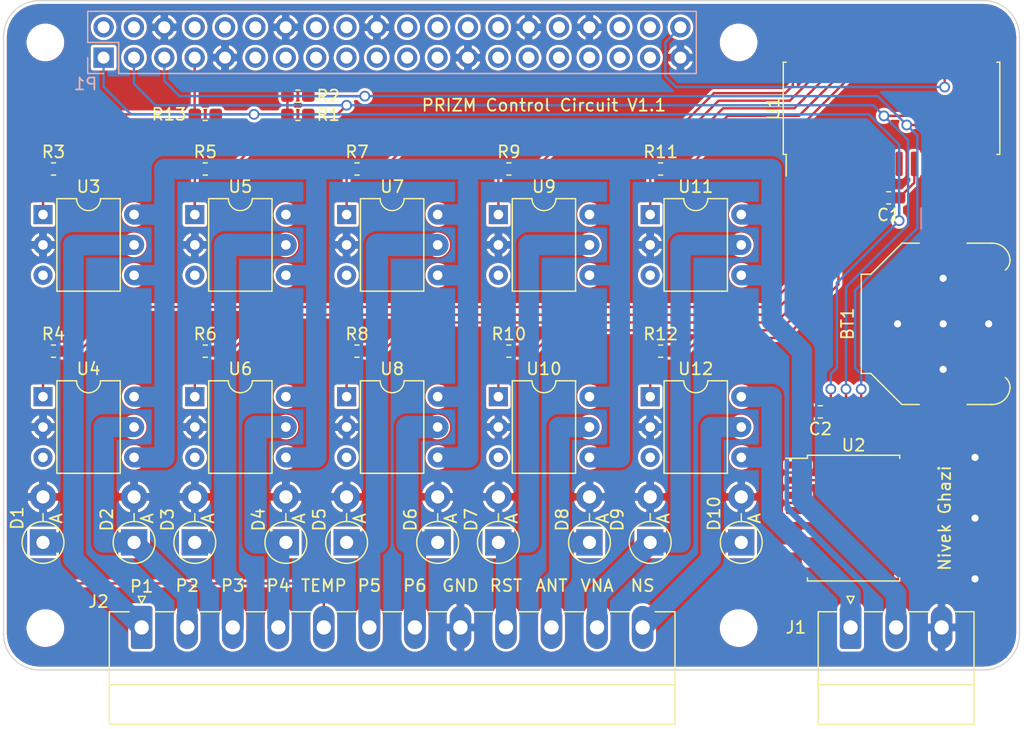
<source format=kicad_pcb>
(kicad_pcb (version 20171130) (host pcbnew 5.1.5-52549c5~84~ubuntu16.04.1)
  (title_block (date "15 nov 2012"))
  (layers (0 F.Cu signal) (31 B.Cu signal) (34 B.Paste user) (35 F.Paste user) (36 B.SilkS user) (37 F.SilkS user) (38 B.Mask user) (39 F.Mask user) (44 Edge.Cuts user))
  (net 0 "")
  (net 1 +3V3)
  (net 2 GND)
  (net 3 +12V)
  (net 4 +15V)
  (net 5 /output_connectors/POS_2)
  (net 6 /output_connectors/POS_1)
  (net 7 "Net-(R5-Pad1)")
  (net 8 "Net-(R6-Pad1)")
  (net 9 "Net-(R7-Pad1)")
  (net 10 "Net-(R8-Pad1)")
  (net 11 "Net-(R9-Pad1)")
  (net 12 "Net-(R10-Pad1)")
  (net 13 "Net-(R11-Pad1)")
  (net 14 "Net-(R12-Pad1)")
  (net 15 /output_connectors/ONE-WIRE)
  (net 16 /output_connectors/RESET)
  (net 17 /output_connectors/POS_6)
  (net 18 /output_connectors/POS_5)
  (net 19 /output_connectors/POS_4)
  (net 20 /output_connectors/POS_3)
  (net 21 /output_connectors/ANTENNA)
  (net 22 /output_connectors/VNA)
  (net 23 /output_connectors/NOISE-SOURCE)
  (net 24 /i2c_expander/I2C_SDA)
  (net 25 /i2c_expander/I2C_SCL)
  (net 26 /i2c_expander/S1_POS_1)
  (net 27 /i2c_expander/S1_POS_2)
  (net 28 /i2c_expander/S1_POS_3)
  (net 29 /i2c_expander/S1_POS_4)
  (net 30 /i2c_expander/S1_POS_5)
  (net 31 /i2c_expander/S1_POS_6)
  (net 32 /i2c_expander/S1_RESET)
  (net 33 /i2c_expander/S2_POS_1)
  (net 34 /i2c_expander/S2_POS_2)
  (net 35 /i2c_expander/NOISE_ON)
  (net 36 /i2c_expander/~RESET)
  (net 37 "Net-(R3-Pad1)")
  (net 38 "Net-(R4-Pad1)")
  (net 39 "Net-(P1-Pad2)")
  (net 40 "Net-(P1-Pad4)")
  (net 41 "Net-(P1-Pad8)")
  (net 42 "Net-(P1-Pad10)")
  (net 43 "Net-(P1-Pad11)")
  (net 44 "Net-(P1-Pad12)")
  (net 45 "Net-(P1-Pad13)")
  (net 46 "Net-(P1-Pad15)")
  (net 47 "Net-(P1-Pad16)")
  (net 48 "Net-(P1-Pad17)")
  (net 49 "Net-(P1-Pad18)")
  (net 50 "Net-(P1-Pad19)")
  (net 51 "Net-(P1-Pad21)")
  (net 52 "Net-(P1-Pad22)")
  (net 53 "Net-(P1-Pad23)")
  (net 54 "Net-(P1-Pad24)")
  (net 55 "Net-(P1-Pad26)")
  (net 56 "Net-(P1-Pad27)")
  (net 57 "Net-(P1-Pad28)")
  (net 58 "Net-(P1-Pad29)")
  (net 59 "Net-(P1-Pad31)")
  (net 60 "Net-(P1-Pad32)")
  (net 61 "Net-(P1-Pad33)")
  (net 62 "Net-(P1-Pad35)")
  (net 63 "Net-(P1-Pad36)")
  (net 64 "Net-(P1-Pad37)")
  (net 65 "Net-(P1-Pad38)")
  (net 66 "Net-(U1-Pad23)")
  (net 67 "Net-(U1-Pad22)")
  (net 68 "Net-(U1-Pad21)")
  (net 69 "Net-(U1-Pad20)")
  (net 70 "Net-(U1-Pad19)")
  (net 71 "Net-(U1-Pad14)")
  (net 72 "Net-(U1-Pad11)")
  (net 73 "Net-(U1-Pad8)")
  (net 74 "Net-(U1-Pad7)")
  (net 75 "Net-(U1-Pad6)")
  (net 76 "Net-(U2-Pad4)")
  (net 77 "Net-(U2-Pad3)")
  (net 78 "Net-(U2-Pad1)")
  (net 79 "Net-(U3-Pad3)")
  (net 80 "Net-(U4-Pad3)")
  (net 81 "Net-(U5-Pad3)")
  (net 82 "Net-(U6-Pad3)")
  (net 83 "Net-(U7-Pad3)")
  (net 84 "Net-(U8-Pad3)")
  (net 85 "Net-(U9-Pad3)")
  (net 86 "Net-(U10-Pad3)")
  (net 87 "Net-(U11-Pad3)")
  (net 88 "Net-(U12-Pad3)")
  (net 89 /real_time_clock/3.3V_Backup)
  (module Package_SO:SOIC-28W_7.5x17.9mm_P1.27mm (layer F.Cu) (at 274.295 103.01 90)
    (fp_text reference U1 (at 0 -9.9 90) (layer F.SilkS))
    (fp_text value MCP23017_SO)
    (pad 28 smd roundrect (at 4.65 -8.255 90) (size 2.05 0.6) (layers F.Cu F.Paste F.Mask) (net 26 /i2c_expander/S1_POS_1))
    (pad 27 smd roundrect (at 4.65 -6.985 90) (size 2.05 0.6) (layers F.Cu F.Paste F.Mask) (net 28 /i2c_expander/S1_POS_3))
    (pad 26 smd roundrect (at 4.65 -5.715 90) (size 2.05 0.6) (layers F.Cu F.Paste F.Mask) (net 30 /i2c_expander/S1_POS_5))
    (pad 25 smd roundrect (at 4.65 -4.445 90) (size 2.05 0.6) (layers F.Cu F.Paste F.Mask) (net 32 /i2c_expander/S1_RESET))
    (pad 24 smd roundrect (at 4.65 -3.175 90) (size 2.05 0.6) (layers F.Cu F.Paste F.Mask) (net 34 /i2c_expander/S2_POS_2))
    (pad 23 smd roundrect (at 4.65 -1.905 90) (size 2.05 0.6) (layers F.Cu F.Paste F.Mask) (net 66 "Net-(U1-Pad23)"))
    (pad 22 smd roundrect (at 4.65 -0.635 90) (size 2.05 0.6) (layers F.Cu F.Paste F.Mask) (net 67 "Net-(U1-Pad22)"))
    (pad 21 smd roundrect (at 4.65 0.635 90) (size 2.05 0.6) (layers F.Cu F.Paste F.Mask) (net 68 "Net-(U1-Pad21)"))
    (pad 20 smd roundrect (at 4.65 1.905 90) (size 2.05 0.6) (layers F.Cu F.Paste F.Mask) (net 69 "Net-(U1-Pad20)"))
    (pad 19 smd roundrect (at 4.65 3.175 90) (size 2.05 0.6) (layers F.Cu F.Paste F.Mask) (net 70 "Net-(U1-Pad19)"))
    (pad 18 smd roundrect (at 4.65 4.445 90) (size 2.05 0.6) (layers F.Cu F.Paste F.Mask) (net 36 /i2c_expander/~RESET))
    (pad 17 smd roundrect (at 4.65 5.715 90) (size 2.05 0.6) (layers F.Cu F.Paste F.Mask) (net 2 GND))
    (pad 16 smd roundrect (at 4.65 6.985 90) (size 2.05 0.6) (layers F.Cu F.Paste F.Mask) (net 2 GND))
    (pad 15 smd roundrect (at 4.65 8.255 90) (size 2.05 0.6) (layers F.Cu F.Paste F.Mask) (net 2 GND))
    (pad 14 smd roundrect (at -4.65 8.255 90) (size 2.05 0.6) (layers F.Cu F.Paste F.Mask) (net 71 "Net-(U1-Pad14)"))
    (pad 13 smd roundrect (at -4.65 6.985 90) (size 2.05 0.6) (layers F.Cu F.Paste F.Mask) (net 24 /i2c_expander/I2C_SDA))
    (pad 12 smd roundrect (at -4.65 5.715 90) (size 2.05 0.6) (layers F.Cu F.Paste F.Mask) (net 25 /i2c_expander/I2C_SCL))
    (pad 11 smd roundrect (at -4.65 4.445 90) (size 2.05 0.6) (layers F.Cu F.Paste F.Mask) (net 72 "Net-(U1-Pad11)"))
    (pad 10 smd roundrect (at -4.65 3.175 90) (size 2.05 0.6) (layers F.Cu F.Paste F.Mask) (net 2 GND))
    (pad 9 smd roundrect (at -4.65 1.905 90) (size 2.05 0.6) (layers F.Cu F.Paste F.Mask) (net 1 +3V3))
    (pad 8 smd roundrect (at -4.65 0.635 90) (size 2.05 0.6) (layers F.Cu F.Paste F.Mask) (net 73 "Net-(U1-Pad8)"))
    (pad 7 smd roundrect (at -4.65 -0.635 90) (size 2.05 0.6) (layers F.Cu F.Paste F.Mask) (net 74 "Net-(U1-Pad7)"))
    (pad 6 smd roundrect (at -4.65 -1.905 90) (size 2.05 0.6) (layers F.Cu F.Paste F.Mask) (net 75 "Net-(U1-Pad6)"))
    (pad 5 smd roundrect (at -4.65 -3.175 90) (size 2.05 0.6) (layers F.Cu F.Paste F.Mask) (net 35 /i2c_expander/NOISE_ON))
    (pad 4 smd roundrect (at -4.65 -4.445 90) (size 2.05 0.6) (layers F.Cu F.Paste F.Mask) (net 33 /i2c_expander/S2_POS_1))
    (pad 3 smd roundrect (at -4.65 -5.715 90) (size 2.05 0.6) (layers F.Cu F.Paste F.Mask) (net 31 /i2c_expander/S1_POS_6))
    (pad 2 smd roundrect (at -4.65 -6.985 90) (size 2.05 0.6) (layers F.Cu F.Paste F.Mask) (net 29 /i2c_expander/S1_POS_4))
    (pad 1 smd roundrect (at -4.65 -8.255 90) (size 2.05 0.6) (layers F.Cu F.Paste F.Mask) (net 27 /i2c_expander/S1_POS_2))
  )
  (module Resistor_SMD:R_0603_1608Metric_Pad1.05x0.95mm_HandSolder (layer F.Cu) (at 224.624 103.518)
    (fp_text reference R1 (at 2.54 0.03) (layer F.SilkS))
    (fp_text value 4K7)
    (pad 2 smd roundrect (at 0.875 0) (size 1.05 0.95) (layers F.Cu F.Paste F.Mask) (net 24 /i2c_expander/I2C_SDA))
    (pad 1 smd roundrect (at -0.875 0) (size 1.05 0.95) (layers F.Cu F.Paste F.Mask) (net 1 +3V3))
  )
  (module Resistor_SMD:R_0603_1608Metric_Pad1.05x0.95mm_HandSolder (layer F.Cu) (at 224.624 101.994)
    (fp_text reference R2 (at 2.54 0) (layer F.SilkS))
    (fp_text value 4K7)
    (pad 1 smd roundrect (at -0.875 0) (size 1.05 0.95) (layers F.Cu F.Paste F.Mask) (net 1 +3V3))
    (pad 2 smd roundrect (at 0.875 0) (size 1.05 0.95) (layers F.Cu F.Paste F.Mask) (net 25 /i2c_expander/I2C_SCL))
  )
  (module Capacitor_SMD:C_0603_1608Metric_Pad1.05x0.95mm_HandSolder (layer F.Cu) (at 274.055 110.503 180)
    (fp_text reference C1 (at 0 -1.43) (layer F.SilkS))
    (fp_text value C)
    (pad 2 smd roundrect (at 0.875 0 180) (size 1.05 0.95) (layers F.Cu F.Paste F.Mask) (net 2 GND))
    (pad 1 smd roundrect (at -0.875 0 180) (size 1.05 0.95) (layers F.Cu F.Paste F.Mask) (net 1 +3V3))
  )
  (module Battery:BatteryHolder_Keystone_3000_1x12mm (layer F.Cu) (at 278.613 121.044 90)
    (fp_text reference BT1 (at 0 -8 90) (layer F.SilkS))
    (fp_text value V3)
    (pad 2 smd circle (at 0 0 90) (size 10.2 10.2) (layers F.Cu F.Mask) (net 2 GND))
    (pad 1 smd rect (at 7.9 0 90) (size 3.5 3.3) (layers F.Cu F.Paste F.Mask))
    (pad 1 smd rect (at -7.9 0 90) (size 3.5 3.3) (layers F.Cu F.Paste F.Mask) (net 89 /real_time_clock/3.3V_Backup))
  )
  (module Connector_PinSocket_2.54mm:PinSocket_2x20_P2.54mm_Vertical (layer B.Cu) (at 208.37 98.77 270)
    (fp_text reference P1 (at 2.208 1.512) (layer B.SilkS) (effects (justify mirror)))
    (fp_text value RPi-Header)
    (pad 1 thru_hole rect (at 0 0 270) (size 1.7 1.7) (drill 1) (layers *.Cu *.Mask) (net 1 +3V3))
    (pad 2 thru_hole oval (at -2.54 0 270) (size 1.7 1.7) (drill 1) (layers *.Cu *.Mask) (net 39 "Net-(P1-Pad2)"))
    (pad 3 thru_hole oval (at 0 -2.54 270) (size 1.7 1.7) (drill 1) (layers *.Cu *.Mask) (net 24 /i2c_expander/I2C_SDA))
    (pad 4 thru_hole oval (at -2.54 -2.54 270) (size 1.7 1.7) (drill 1) (layers *.Cu *.Mask) (net 40 "Net-(P1-Pad4)"))
    (pad 5 thru_hole oval (at 0 -5.08 270) (size 1.7 1.7) (drill 1) (layers *.Cu *.Mask) (net 25 /i2c_expander/I2C_SCL))
    (pad 6 thru_hole oval (at -2.54 -5.08 270) (size 1.7 1.7) (drill 1) (layers *.Cu *.Mask) (net 2 GND))
    (pad 7 thru_hole oval (at 0 -7.62 270) (size 1.7 1.7) (drill 1) (layers *.Cu *.Mask) (net 15 /output_connectors/ONE-WIRE))
    (pad 8 thru_hole oval (at -2.54 -7.62 270) (size 1.7 1.7) (drill 1) (layers *.Cu *.Mask) (net 41 "Net-(P1-Pad8)"))
    (pad 9 thru_hole oval (at 0 -10.16 270) (size 1.7 1.7) (drill 1) (layers *.Cu *.Mask) (net 2 GND))
    (pad 10 thru_hole oval (at -2.54 -10.16 270) (size 1.7 1.7) (drill 1) (layers *.Cu *.Mask) (net 42 "Net-(P1-Pad10)"))
    (pad 11 thru_hole oval (at 0 -12.7 270) (size 1.7 1.7) (drill 1) (layers *.Cu *.Mask) (net 43 "Net-(P1-Pad11)"))
    (pad 12 thru_hole oval (at -2.54 -12.7 270) (size 1.7 1.7) (drill 1) (layers *.Cu *.Mask) (net 44 "Net-(P1-Pad12)"))
    (pad 13 thru_hole oval (at 0 -15.24 270) (size 1.7 1.7) (drill 1) (layers *.Cu *.Mask) (net 45 "Net-(P1-Pad13)"))
    (pad 14 thru_hole oval (at -2.54 -15.24 270) (size 1.7 1.7) (drill 1) (layers *.Cu *.Mask) (net 2 GND))
    (pad 15 thru_hole oval (at 0 -17.78 270) (size 1.7 1.7) (drill 1) (layers *.Cu *.Mask) (net 46 "Net-(P1-Pad15)"))
    (pad 16 thru_hole oval (at -2.54 -17.78 270) (size 1.7 1.7) (drill 1) (layers *.Cu *.Mask) (net 47 "Net-(P1-Pad16)"))
    (pad 17 thru_hole oval (at 0 -20.32 270) (size 1.7 1.7) (drill 1) (layers *.Cu *.Mask) (net 48 "Net-(P1-Pad17)"))
    (pad 18 thru_hole oval (at -2.54 -20.32 270) (size 1.7 1.7) (drill 1) (layers *.Cu *.Mask) (net 49 "Net-(P1-Pad18)"))
    (pad 19 thru_hole oval (at 0 -22.86 270) (size 1.7 1.7) (drill 1) (layers *.Cu *.Mask) (net 50 "Net-(P1-Pad19)"))
    (pad 20 thru_hole oval (at -2.54 -22.86 270) (size 1.7 1.7) (drill 1) (layers *.Cu *.Mask) (net 2 GND))
    (pad 21 thru_hole oval (at 0 -25.4 270) (size 1.7 1.7) (drill 1) (layers *.Cu *.Mask) (net 51 "Net-(P1-Pad21)"))
    (pad 22 thru_hole oval (at -2.54 -25.4 270) (size 1.7 1.7) (drill 1) (layers *.Cu *.Mask) (net 52 "Net-(P1-Pad22)"))
    (pad 23 thru_hole oval (at 0 -27.94 270) (size 1.7 1.7) (drill 1) (layers *.Cu *.Mask) (net 53 "Net-(P1-Pad23)"))
    (pad 24 thru_hole oval (at -2.54 -27.94 270) (size 1.7 1.7) (drill 1) (layers *.Cu *.Mask) (net 54 "Net-(P1-Pad24)"))
    (pad 25 thru_hole oval (at 0 -30.48 270) (size 1.7 1.7) (drill 1) (layers *.Cu *.Mask) (net 2 GND))
    (pad 26 thru_hole oval (at -2.54 -30.48 270) (size 1.7 1.7) (drill 1) (layers *.Cu *.Mask) (net 55 "Net-(P1-Pad26)"))
    (pad 27 thru_hole oval (at 0 -33.02 270) (size 1.7 1.7) (drill 1) (layers *.Cu *.Mask) (net 56 "Net-(P1-Pad27)"))
    (pad 28 thru_hole oval (at -2.54 -33.02 270) (size 1.7 1.7) (drill 1) (layers *.Cu *.Mask) (net 57 "Net-(P1-Pad28)"))
    (pad 29 thru_hole oval (at 0 -35.56 270) (size 1.7 1.7) (drill 1) (layers *.Cu *.Mask) (net 58 "Net-(P1-Pad29)"))
    (pad 30 thru_hole oval (at -2.54 -35.56 270) (size 1.7 1.7) (drill 1) (layers *.Cu *.Mask) (net 2 GND))
    (pad 31 thru_hole oval (at 0 -38.1 270) (size 1.7 1.7) (drill 1) (layers *.Cu *.Mask) (net 59 "Net-(P1-Pad31)"))
    (pad 32 thru_hole oval (at -2.54 -38.1 270) (size 1.7 1.7) (drill 1) (layers *.Cu *.Mask) (net 60 "Net-(P1-Pad32)"))
    (pad 33 thru_hole oval (at 0 -40.64 270) (size 1.7 1.7) (drill 1) (layers *.Cu *.Mask) (net 61 "Net-(P1-Pad33)"))
    (pad 34 thru_hole oval (at -2.54 -40.64 270) (size 1.7 1.7) (drill 1) (layers *.Cu *.Mask) (net 2 GND))
    (pad 35 thru_hole oval (at 0 -43.18 270) (size 1.7 1.7) (drill 1) (layers *.Cu *.Mask) (net 62 "Net-(P1-Pad35)"))
    (pad 36 thru_hole oval (at -2.54 -43.18 270) (size 1.7 1.7) (drill 1) (layers *.Cu *.Mask) (net 63 "Net-(P1-Pad36)"))
    (pad 37 thru_hole oval (at 0 -45.72 270) (size 1.7 1.7) (drill 1) (layers *.Cu *.Mask) (net 64 "Net-(P1-Pad37)"))
    (pad 38 thru_hole oval (at -2.54 -45.72 270) (size 1.7 1.7) (drill 1) (layers *.Cu *.Mask) (net 65 "Net-(P1-Pad38)"))
    (pad 39 thru_hole oval (at 0 -48.26 270) (size 1.7 1.7) (drill 1) (layers *.Cu *.Mask) (net 2 GND))
    (pad 40 thru_hole oval (at -2.54 -48.26 270) (size 1.7 1.7) (drill 1) (layers *.Cu *.Mask) (net 36 /i2c_expander/~RESET))
  )
  (module Connector_Phoenix_MC:PhoenixContact_MC_1,5_12-G-3.81_1x12_P3.81mm_Horizontal (layer F.Cu) (at 211.557 146.444)
    (fp_text reference J2 (at -3.6195 -2.159) (layer F.SilkS))
    (fp_text value "Frontend Connector")
    (pad 12 thru_hole oval (at 41.91 0) (size 1.8 3.6) (drill 1.2) (layers *.Cu *.Mask) (net 23 /output_connectors/NOISE-SOURCE))
    (pad 11 thru_hole oval (at 38.1 0) (size 1.8 3.6) (drill 1.2) (layers *.Cu *.Mask) (net 22 /output_connectors/VNA))
    (pad 10 thru_hole oval (at 34.29 0) (size 1.8 3.6) (drill 1.2) (layers *.Cu *.Mask) (net 21 /output_connectors/ANTENNA))
    (pad 9 thru_hole oval (at 30.48 0) (size 1.8 3.6) (drill 1.2) (layers *.Cu *.Mask) (net 16 /output_connectors/RESET))
    (pad 8 thru_hole oval (at 26.67 0) (size 1.8 3.6) (drill 1.2) (layers *.Cu *.Mask) (net 2 GND))
    (pad 7 thru_hole oval (at 22.86 0) (size 1.8 3.6) (drill 1.2) (layers *.Cu *.Mask) (net 17 /output_connectors/POS_6))
    (pad 6 thru_hole oval (at 19.05 0) (size 1.8 3.6) (drill 1.2) (layers *.Cu *.Mask) (net 18 /output_connectors/POS_5))
    (pad 5 thru_hole oval (at 15.24 0) (size 1.8 3.6) (drill 1.2) (layers *.Cu *.Mask) (net 15 /output_connectors/ONE-WIRE))
    (pad 4 thru_hole oval (at 11.43 0) (size 1.8 3.6) (drill 1.2) (layers *.Cu *.Mask) (net 19 /output_connectors/POS_4))
    (pad 3 thru_hole oval (at 7.62 0) (size 1.8 3.6) (drill 1.2) (layers *.Cu *.Mask) (net 20 /output_connectors/POS_3))
    (pad 2 thru_hole oval (at 3.81 0) (size 1.8 3.6) (drill 1.2) (layers *.Cu *.Mask) (net 5 /output_connectors/POS_2))
    (pad 1 thru_hole roundrect (at 0 0) (size 1.8 3.6) (drill 1.2) (layers *.Cu *.Mask) (roundrect_rratio 0.138889) (net 6 /output_connectors/POS_1))
  )
  (module Diode_THT:D_DO-41_SOD81_P3.81mm_Vertical_AnodeUp (layer F.Cu) (at 223.622 139.332 90)
    (fp_text reference D4 (at 1.905 -2.286 90) (layer F.SilkS))
    (fp_text value 1N4001)
    (fp_text user A (at 2.01 1.1 90) (layer F.SilkS))
    (pad 1 thru_hole rect (at 0 0 90) (size 2.2 2.2) (drill 1.1) (layers *.Cu *.Mask) (net 19 /output_connectors/POS_4))
    (pad 2 thru_hole oval (at 3.81 0 90) (size 2.2 2.2) (drill 1.1) (layers *.Cu *.Mask) (net 2 GND))
  )
  (module Package_SO:SOIC-16W_7.5x10.3mm_P1.27mm (layer F.Cu) (at 271.12 137.3)
    (fp_text reference U2 (at 0 -6.1) (layer F.SilkS))
    (fp_text value DS3231M)
    (pad 16 smd roundrect (at 4.65 -4.445) (size 2.05 0.6) (layers F.Cu F.Paste F.Mask) (net 25 /i2c_expander/I2C_SCL))
    (pad 15 smd roundrect (at 4.65 -3.175) (size 2.05 0.6) (layers F.Cu F.Paste F.Mask) (net 24 /i2c_expander/I2C_SDA))
    (pad 14 smd roundrect (at 4.65 -1.905) (size 2.05 0.6) (layers F.Cu F.Paste F.Mask) (net 89 /real_time_clock/3.3V_Backup))
    (pad 13 smd roundrect (at 4.65 -0.635) (size 2.05 0.6) (layers F.Cu F.Paste F.Mask) (net 2 GND))
    (pad 12 smd roundrect (at 4.65 0.635) (size 2.05 0.6) (layers F.Cu F.Paste F.Mask) (net 2 GND))
    (pad 11 smd roundrect (at 4.65 1.905) (size 2.05 0.6) (layers F.Cu F.Paste F.Mask) (net 2 GND))
    (pad 10 smd roundrect (at 4.65 3.175) (size 2.05 0.6) (layers F.Cu F.Paste F.Mask) (net 2 GND))
    (pad 9 smd roundrect (at 4.65 4.445) (size 2.05 0.6) (layers F.Cu F.Paste F.Mask) (net 2 GND))
    (pad 8 smd roundrect (at -4.65 4.445) (size 2.05 0.6) (layers F.Cu F.Paste F.Mask) (net 2 GND))
    (pad 7 smd roundrect (at -4.65 3.175) (size 2.05 0.6) (layers F.Cu F.Paste F.Mask) (net 2 GND))
    (pad 6 smd roundrect (at -4.65 1.905) (size 2.05 0.6) (layers F.Cu F.Paste F.Mask) (net 2 GND))
    (pad 5 smd roundrect (at -4.65 0.635) (size 2.05 0.6) (layers F.Cu F.Paste F.Mask) (net 2 GND))
    (pad 4 smd roundrect (at -4.65 -0.635) (size 2.05 0.6) (layers F.Cu F.Paste F.Mask) (net 76 "Net-(U2-Pad4)"))
    (pad 3 smd roundrect (at -4.65 -1.905) (size 2.05 0.6) (layers F.Cu F.Paste F.Mask) (net 77 "Net-(U2-Pad3)"))
    (pad 2 smd roundrect (at -4.65 -3.175) (size 2.05 0.6) (layers F.Cu F.Paste F.Mask) (net 1 +3V3))
    (pad 1 smd roundrect (at -4.65 -4.445) (size 2.05 0.6) (layers F.Cu F.Paste F.Mask) (net 78 "Net-(U2-Pad1)"))
  )
  (module Resistor_SMD:R_0603_1608Metric_Pad1.05x0.95mm_HandSolder (layer F.Cu) (at 216.877 103.518 180)
    (fp_text reference R13 (at 3.034 0) (layer F.SilkS))
    (fp_text value 4K7)
    (pad 2 smd roundrect (at 0.875 0 180) (size 1.05 0.95) (layers F.Cu F.Paste F.Mask) (net 15 /output_connectors/ONE-WIRE))
    (pad 1 smd roundrect (at -0.875 0 180) (size 1.05 0.95) (layers F.Cu F.Paste F.Mask) (net 1 +3V3))
  )
  (module Capacitor_SMD:C_0603_1608Metric_Pad1.05x0.95mm_HandSolder (layer F.Cu) (at 268.34 128.41 180)
    (fp_text reference C2 (at 0 -1.43) (layer F.SilkS))
    (fp_text value 1uF)
    (pad 2 smd roundrect (at 0.875 0 180) (size 1.05 0.95) (layers F.Cu F.Paste F.Mask) (net 2 GND))
    (pad 1 smd roundrect (at -0.875 0 180) (size 1.05 0.95) (layers F.Cu F.Paste F.Mask) (net 1 +3V3))
  )
  (module Package_DIP:DIP-6_W7.62mm (layer F.Cu) (at 216.002 111.9)
    (fp_text reference U5 (at 3.81 -2.33) (layer F.SilkS))
    (fp_text value TLP3543)
    (pad 1 thru_hole rect (at 0 0) (size 1.6 1.6) (drill 0.8) (layers *.Cu *.Mask) (net 7 "Net-(R5-Pad1)"))
    (pad 4 thru_hole oval (at 7.62 5.08) (size 1.6 1.6) (drill 0.8) (layers *.Cu *.Mask) (net 3 +12V))
    (pad 2 thru_hole oval (at 0 2.54) (size 1.6 1.6) (drill 0.8) (layers *.Cu *.Mask) (net 2 GND))
    (pad 5 thru_hole oval (at 7.62 2.54) (size 1.6 1.6) (drill 0.8) (layers *.Cu *.Mask) (net 20 /output_connectors/POS_3))
    (pad 3 thru_hole oval (at 0 5.08) (size 1.6 1.6) (drill 0.8) (layers *.Cu *.Mask) (net 81 "Net-(U5-Pad3)"))
    (pad 6 thru_hole oval (at 7.62 0) (size 1.6 1.6) (drill 0.8) (layers *.Cu *.Mask) (net 3 +12V))
  )
  (module Resistor_SMD:R_0603_1608Metric_Pad1.05x0.95mm_HandSolder (layer F.Cu) (at 254.977 108.09)
    (fp_text reference R11 (at 0 -1.43) (layer F.SilkS))
    (fp_text value 200)
    (pad 1 smd roundrect (at -0.875 0) (size 1.05 0.95) (layers F.Cu F.Paste F.Mask) (net 13 "Net-(R11-Pad1)"))
    (pad 2 smd roundrect (at 0.875 0) (size 1.05 0.95) (layers F.Cu F.Paste F.Mask) (net 34 /i2c_expander/S2_POS_2))
  )
  (module Resistor_SMD:R_0603_1608Metric_Pad1.05x0.95mm_HandSolder (layer F.Cu) (at 254.977 123.33)
    (fp_text reference R12 (at 0 -1.43) (layer F.SilkS))
    (fp_text value 200)
    (pad 2 smd roundrect (at 0.875 0) (size 1.05 0.95) (layers F.Cu F.Paste F.Mask) (net 35 /i2c_expander/NOISE_ON))
    (pad 1 smd roundrect (at -0.875 0) (size 1.05 0.95) (layers F.Cu F.Paste F.Mask) (net 14 "Net-(R12-Pad1)"))
  )
  (module Diode_THT:D_DO-41_SOD81_P3.81mm_Vertical_AnodeUp (layer F.Cu) (at 261.722 139.332 90)
    (fp_text reference D10 (at 2.413 -2.286 90) (layer F.SilkS))
    (fp_text value 1N4001)
    (fp_text user A (at 2.01 1.1 90) (layer F.SilkS))
    (pad 2 thru_hole oval (at 3.81 0 90) (size 2.2 2.2) (drill 1.1) (layers *.Cu *.Mask) (net 2 GND))
    (pad 1 thru_hole rect (at 0 0 90) (size 2.2 2.2) (drill 1.1) (layers *.Cu *.Mask) (net 23 /output_connectors/NOISE-SOURCE))
  )
  (module Resistor_SMD:R_0603_1608Metric_Pad1.05x0.95mm_HandSolder (layer F.Cu) (at 229.577 123.33)
    (fp_text reference R8 (at 0 -1.43) (layer F.SilkS))
    (fp_text value 200)
    (pad 2 smd roundrect (at 0.875 0) (size 1.05 0.95) (layers F.Cu F.Paste F.Mask) (net 31 /i2c_expander/S1_POS_6))
    (pad 1 smd roundrect (at -0.875 0) (size 1.05 0.95) (layers F.Cu F.Paste F.Mask) (net 10 "Net-(R8-Pad1)"))
  )
  (module Diode_THT:D_DO-41_SOD81_P3.81mm_Vertical_AnodeUp (layer F.Cu) (at 210.922 139.332 90)
    (fp_text reference D2 (at 1.905 -2.286 90) (layer F.SilkS))
    (fp_text value 1N4001)
    (fp_text user A (at 2.01 1.1 90) (layer F.SilkS))
    (pad 2 thru_hole oval (at 3.81 0 90) (size 2.2 2.2) (drill 1.1) (layers *.Cu *.Mask) (net 2 GND))
    (pad 1 thru_hole rect (at 0 0 90) (size 2.2 2.2) (drill 1.1) (layers *.Cu *.Mask) (net 5 /output_connectors/POS_2))
  )
  (module Diode_THT:D_DO-41_SOD81_P3.81mm_Vertical_AnodeUp (layer F.Cu) (at 203.302 139.332 90)
    (fp_text reference D1 (at 2.032 -2.159 90) (layer F.SilkS))
    (fp_text value 1N4001)
    (fp_text user A (at 2.01 1.1 90) (layer F.SilkS))
    (pad 2 thru_hole oval (at 3.81 0 90) (size 2.2 2.2) (drill 1.1) (layers *.Cu *.Mask) (net 2 GND))
    (pad 1 thru_hole rect (at 0 0 90) (size 2.2 2.2) (drill 1.1) (layers *.Cu *.Mask) (net 6 /output_connectors/POS_1))
  )
  (module Connector_Phoenix_MC:PhoenixContact_MC_1,5_3-G-3.81_1x03_P3.81mm_Horizontal (layer F.Cu) (at 270.866 146.444)
    (fp_text reference J1 (at -4.572 0) (layer F.SilkS))
    (fp_text value "Power Connector")
    (pad 3 thru_hole oval (at 7.62 0) (size 1.8 3.6) (drill 1.2) (layers *.Cu *.Mask) (net 2 GND))
    (pad 2 thru_hole oval (at 3.81 0) (size 1.8 3.6) (drill 1.2) (layers *.Cu *.Mask) (net 3 +12V))
    (pad 1 thru_hole roundrect (at 0 0) (size 1.8 3.6) (drill 1.2) (layers *.Cu *.Mask) (roundrect_rratio 0.138889) (net 4 +15V))
  )
  (module Diode_THT:D_DO-41_SOD81_P3.81mm_Vertical_AnodeUp (layer F.Cu) (at 254.102 139.332 90)
    (fp_text reference D9 (at 1.905 -2.750635 90) (layer F.SilkS))
    (fp_text value 1N4001)
    (fp_text user A (at 2.01 1.1 90) (layer F.SilkS))
    (pad 2 thru_hole oval (at 3.81 0 90) (size 2.2 2.2) (drill 1.1) (layers *.Cu *.Mask) (net 2 GND))
    (pad 1 thru_hole rect (at 0 0 90) (size 2.2 2.2) (drill 1.1) (layers *.Cu *.Mask) (net 22 /output_connectors/VNA))
  )
  (module Diode_THT:D_DO-41_SOD81_P3.81mm_Vertical_AnodeUp (layer F.Cu) (at 249.022 139.332 90)
    (fp_text reference D8 (at 1.905 -2.286 90) (layer F.SilkS))
    (fp_text value 1N4001)
    (fp_text user A (at 2.01 1.1 90) (layer F.SilkS))
    (pad 2 thru_hole oval (at 3.81 0 90) (size 2.2 2.2) (drill 1.1) (layers *.Cu *.Mask) (net 2 GND))
    (pad 1 thru_hole rect (at 0 0 90) (size 2.2 2.2) (drill 1.1) (layers *.Cu *.Mask) (net 21 /output_connectors/ANTENNA))
  )
  (module Diode_THT:D_DO-41_SOD81_P3.81mm_Vertical_AnodeUp (layer F.Cu) (at 241.402 139.332 90)
    (fp_text reference D7 (at 1.905 -2.286 90) (layer F.SilkS))
    (fp_text value 1N4001)
    (fp_text user A (at 2.01 1.1 90) (layer F.SilkS))
    (pad 2 thru_hole oval (at 3.81 0 90) (size 2.2 2.2) (drill 1.1) (layers *.Cu *.Mask) (net 2 GND))
    (pad 1 thru_hole rect (at 0 0 90) (size 2.2 2.2) (drill 1.1) (layers *.Cu *.Mask) (net 16 /output_connectors/RESET))
  )
  (module Diode_THT:D_DO-41_SOD81_P3.81mm_Vertical_AnodeUp (layer F.Cu) (at 236.322 139.332 90)
    (fp_text reference D6 (at 1.905 -2.286 90) (layer F.SilkS))
    (fp_text value 1N4001)
    (fp_text user A (at 2.01 1.1 90) (layer F.SilkS))
    (pad 2 thru_hole oval (at 3.81 0 90) (size 2.2 2.2) (drill 1.1) (layers *.Cu *.Mask) (net 2 GND))
    (pad 1 thru_hole rect (at 0 0 90) (size 2.2 2.2) (drill 1.1) (layers *.Cu *.Mask) (net 17 /output_connectors/POS_6))
  )
  (module Diode_THT:D_DO-41_SOD81_P3.81mm_Vertical_AnodeUp (layer F.Cu) (at 228.702 139.332 90)
    (fp_text reference D5 (at 1.905 -2.286 90) (layer F.SilkS))
    (fp_text value 1N4001)
    (fp_text user A (at 2.01 1.1 90) (layer F.SilkS))
    (pad 2 thru_hole oval (at 3.81 0 90) (size 2.2 2.2) (drill 1.1) (layers *.Cu *.Mask) (net 2 GND))
    (pad 1 thru_hole rect (at 0 0 90) (size 2.2 2.2) (drill 1.1) (layers *.Cu *.Mask) (net 18 /output_connectors/POS_5))
  )
  (module Diode_THT:D_DO-41_SOD81_P3.81mm_Vertical_AnodeUp (layer F.Cu) (at 216.002 139.332 90)
    (fp_text reference D3 (at 1.905 -2.286 90) (layer F.SilkS))
    (fp_text value 1N4001)
    (fp_text user A (at 2.01 1.1 90) (layer F.SilkS))
    (pad 2 thru_hole oval (at 3.81 0 90) (size 2.2 2.2) (drill 1.1) (layers *.Cu *.Mask) (net 2 GND))
    (pad 1 thru_hole rect (at 0 0 90) (size 2.2 2.2) (drill 1.1) (layers *.Cu *.Mask) (net 20 /output_connectors/POS_3))
  )
  (module Package_DIP:DIP-6_W7.62mm (layer F.Cu) (at 254.102 127.14)
    (fp_text reference U12 (at 3.81 -2.33) (layer F.SilkS))
    (fp_text value TLP3543)
    (pad 6 thru_hole oval (at 7.62 0) (size 1.6 1.6) (drill 0.8) (layers *.Cu *.Mask) (net 4 +15V))
    (pad 3 thru_hole oval (at 0 5.08) (size 1.6 1.6) (drill 0.8) (layers *.Cu *.Mask) (net 88 "Net-(U12-Pad3)"))
    (pad 5 thru_hole oval (at 7.62 2.54) (size 1.6 1.6) (drill 0.8) (layers *.Cu *.Mask) (net 23 /output_connectors/NOISE-SOURCE))
    (pad 2 thru_hole oval (at 0 2.54) (size 1.6 1.6) (drill 0.8) (layers *.Cu *.Mask) (net 2 GND))
    (pad 4 thru_hole oval (at 7.62 5.08) (size 1.6 1.6) (drill 0.8) (layers *.Cu *.Mask) (net 4 +15V))
    (pad 1 thru_hole rect (at 0 0) (size 1.6 1.6) (drill 0.8) (layers *.Cu *.Mask) (net 14 "Net-(R12-Pad1)"))
  )
  (module Package_DIP:DIP-6_W7.62mm (layer F.Cu) (at 254.102 111.9)
    (fp_text reference U11 (at 3.81 -2.33) (layer F.SilkS))
    (fp_text value TLP3543)
    (pad 1 thru_hole rect (at 0 0) (size 1.6 1.6) (drill 0.8) (layers *.Cu *.Mask) (net 13 "Net-(R11-Pad1)"))
    (pad 4 thru_hole oval (at 7.62 5.08) (size 1.6 1.6) (drill 0.8) (layers *.Cu *.Mask) (net 3 +12V))
    (pad 2 thru_hole oval (at 0 2.54) (size 1.6 1.6) (drill 0.8) (layers *.Cu *.Mask) (net 2 GND))
    (pad 5 thru_hole oval (at 7.62 2.54) (size 1.6 1.6) (drill 0.8) (layers *.Cu *.Mask) (net 22 /output_connectors/VNA))
    (pad 3 thru_hole oval (at 0 5.08) (size 1.6 1.6) (drill 0.8) (layers *.Cu *.Mask) (net 87 "Net-(U11-Pad3)"))
    (pad 6 thru_hole oval (at 7.62 0) (size 1.6 1.6) (drill 0.8) (layers *.Cu *.Mask) (net 3 +12V))
  )
  (module Package_DIP:DIP-6_W7.62mm (layer F.Cu) (at 241.402 127.14)
    (fp_text reference U10 (at 3.81 -2.33) (layer F.SilkS))
    (fp_text value TLP3543)
    (pad 6 thru_hole oval (at 7.62 0) (size 1.6 1.6) (drill 0.8) (layers *.Cu *.Mask) (net 3 +12V))
    (pad 3 thru_hole oval (at 0 5.08) (size 1.6 1.6) (drill 0.8) (layers *.Cu *.Mask) (net 86 "Net-(U10-Pad3)"))
    (pad 5 thru_hole oval (at 7.62 2.54) (size 1.6 1.6) (drill 0.8) (layers *.Cu *.Mask) (net 21 /output_connectors/ANTENNA))
    (pad 2 thru_hole oval (at 0 2.54) (size 1.6 1.6) (drill 0.8) (layers *.Cu *.Mask) (net 2 GND))
    (pad 4 thru_hole oval (at 7.62 5.08) (size 1.6 1.6) (drill 0.8) (layers *.Cu *.Mask) (net 3 +12V))
    (pad 1 thru_hole rect (at 0 0) (size 1.6 1.6) (drill 0.8) (layers *.Cu *.Mask) (net 12 "Net-(R10-Pad1)"))
  )
  (module Resistor_SMD:R_0603_1608Metric_Pad1.05x0.95mm_HandSolder (layer F.Cu) (at 242.277 108.09)
    (fp_text reference R9 (at 0 -1.43) (layer F.SilkS))
    (fp_text value 200)
    (pad 1 smd roundrect (at -0.875 0) (size 1.05 0.95) (layers F.Cu F.Paste F.Mask) (net 11 "Net-(R9-Pad1)"))
    (pad 2 smd roundrect (at 0.875 0) (size 1.05 0.95) (layers F.Cu F.Paste F.Mask) (net 32 /i2c_expander/S1_RESET))
  )
  (module Resistor_SMD:R_0603_1608Metric_Pad1.05x0.95mm_HandSolder (layer F.Cu) (at 242.277 123.33)
    (fp_text reference R10 (at 0 -1.43) (layer F.SilkS))
    (fp_text value 200)
    (pad 2 smd roundrect (at 0.875 0) (size 1.05 0.95) (layers F.Cu F.Paste F.Mask) (net 33 /i2c_expander/S2_POS_1))
    (pad 1 smd roundrect (at -0.875 0) (size 1.05 0.95) (layers F.Cu F.Paste F.Mask) (net 12 "Net-(R10-Pad1)"))
  )
  (module Package_DIP:DIP-6_W7.62mm (layer F.Cu) (at 241.402 111.9)
    (fp_text reference U9 (at 3.81 -2.33) (layer F.SilkS))
    (fp_text value TLP3543)
    (pad 1 thru_hole rect (at 0 0) (size 1.6 1.6) (drill 0.8) (layers *.Cu *.Mask) (net 11 "Net-(R9-Pad1)"))
    (pad 4 thru_hole oval (at 7.62 5.08) (size 1.6 1.6) (drill 0.8) (layers *.Cu *.Mask) (net 3 +12V))
    (pad 2 thru_hole oval (at 0 2.54) (size 1.6 1.6) (drill 0.8) (layers *.Cu *.Mask) (net 2 GND))
    (pad 5 thru_hole oval (at 7.62 2.54) (size 1.6 1.6) (drill 0.8) (layers *.Cu *.Mask) (net 16 /output_connectors/RESET))
    (pad 3 thru_hole oval (at 0 5.08) (size 1.6 1.6) (drill 0.8) (layers *.Cu *.Mask) (net 85 "Net-(U9-Pad3)"))
    (pad 6 thru_hole oval (at 7.62 0) (size 1.6 1.6) (drill 0.8) (layers *.Cu *.Mask) (net 3 +12V))
  )
  (module Package_DIP:DIP-6_W7.62mm (layer F.Cu) (at 228.702 127.14)
    (fp_text reference U8 (at 3.81 -2.33) (layer F.SilkS))
    (fp_text value TLP3543)
    (pad 6 thru_hole oval (at 7.62 0) (size 1.6 1.6) (drill 0.8) (layers *.Cu *.Mask) (net 3 +12V))
    (pad 3 thru_hole oval (at 0 5.08) (size 1.6 1.6) (drill 0.8) (layers *.Cu *.Mask) (net 84 "Net-(U8-Pad3)"))
    (pad 5 thru_hole oval (at 7.62 2.54) (size 1.6 1.6) (drill 0.8) (layers *.Cu *.Mask) (net 17 /output_connectors/POS_6))
    (pad 2 thru_hole oval (at 0 2.54) (size 1.6 1.6) (drill 0.8) (layers *.Cu *.Mask) (net 2 GND))
    (pad 4 thru_hole oval (at 7.62 5.08) (size 1.6 1.6) (drill 0.8) (layers *.Cu *.Mask) (net 3 +12V))
    (pad 1 thru_hole rect (at 0 0) (size 1.6 1.6) (drill 0.8) (layers *.Cu *.Mask) (net 10 "Net-(R8-Pad1)"))
  )
  (module Resistor_SMD:R_0603_1608Metric_Pad1.05x0.95mm_HandSolder (layer F.Cu) (at 229.577 108.09)
    (fp_text reference R7 (at 0 -1.43) (layer F.SilkS))
    (fp_text value 200)
    (pad 1 smd roundrect (at -0.875 0) (size 1.05 0.95) (layers F.Cu F.Paste F.Mask) (net 9 "Net-(R7-Pad1)"))
    (pad 2 smd roundrect (at 0.875 0) (size 1.05 0.95) (layers F.Cu F.Paste F.Mask) (net 30 /i2c_expander/S1_POS_5))
  )
  (module Package_DIP:DIP-6_W7.62mm (layer F.Cu) (at 228.702 111.9)
    (fp_text reference U7 (at 3.81 -2.33) (layer F.SilkS))
    (fp_text value TLP3543)
    (pad 1 thru_hole rect (at 0 0) (size 1.6 1.6) (drill 0.8) (layers *.Cu *.Mask) (net 9 "Net-(R7-Pad1)"))
    (pad 4 thru_hole oval (at 7.62 5.08) (size 1.6 1.6) (drill 0.8) (layers *.Cu *.Mask) (net 3 +12V))
    (pad 2 thru_hole oval (at 0 2.54) (size 1.6 1.6) (drill 0.8) (layers *.Cu *.Mask) (net 2 GND))
    (pad 5 thru_hole oval (at 7.62 2.54) (size 1.6 1.6) (drill 0.8) (layers *.Cu *.Mask) (net 18 /output_connectors/POS_5))
    (pad 3 thru_hole oval (at 0 5.08) (size 1.6 1.6) (drill 0.8) (layers *.Cu *.Mask) (net 83 "Net-(U7-Pad3)"))
    (pad 6 thru_hole oval (at 7.62 0) (size 1.6 1.6) (drill 0.8) (layers *.Cu *.Mask) (net 3 +12V))
  )
  (module Package_DIP:DIP-6_W7.62mm (layer F.Cu) (at 216.002 127.14)
    (fp_text reference U6 (at 3.81 -2.33) (layer F.SilkS))
    (fp_text value TLP3543)
    (pad 6 thru_hole oval (at 7.62 0) (size 1.6 1.6) (drill 0.8) (layers *.Cu *.Mask) (net 3 +12V))
    (pad 3 thru_hole oval (at 0 5.08) (size 1.6 1.6) (drill 0.8) (layers *.Cu *.Mask) (net 82 "Net-(U6-Pad3)"))
    (pad 5 thru_hole oval (at 7.62 2.54) (size 1.6 1.6) (drill 0.8) (layers *.Cu *.Mask) (net 19 /output_connectors/POS_4))
    (pad 2 thru_hole oval (at 0 2.54) (size 1.6 1.6) (drill 0.8) (layers *.Cu *.Mask) (net 2 GND))
    (pad 4 thru_hole oval (at 7.62 5.08) (size 1.6 1.6) (drill 0.8) (layers *.Cu *.Mask) (net 3 +12V))
    (pad 1 thru_hole rect (at 0 0) (size 1.6 1.6) (drill 0.8) (layers *.Cu *.Mask) (net 8 "Net-(R6-Pad1)"))
  )
  (module Resistor_SMD:R_0603_1608Metric_Pad1.05x0.95mm_HandSolder (layer F.Cu) (at 216.877 108.09)
    (fp_text reference R5 (at 0 -1.43) (layer F.SilkS))
    (fp_text value 200)
    (pad 1 smd roundrect (at -0.875 0) (size 1.05 0.95) (layers F.Cu F.Paste F.Mask) (net 7 "Net-(R5-Pad1)"))
    (pad 2 smd roundrect (at 0.875 0) (size 1.05 0.95) (layers F.Cu F.Paste F.Mask) (net 28 /i2c_expander/S1_POS_3))
  )
  (module Resistor_SMD:R_0603_1608Metric_Pad1.05x0.95mm_HandSolder (layer F.Cu) (at 216.877 123.33)
    (fp_text reference R6 (at 0 -1.43) (layer F.SilkS))
    (fp_text value 200)
    (pad 2 smd roundrect (at 0.875 0) (size 1.05 0.95) (layers F.Cu F.Paste F.Mask) (net 29 /i2c_expander/S1_POS_4))
    (pad 1 smd roundrect (at -0.875 0) (size 1.05 0.95) (layers F.Cu F.Paste F.Mask) (net 8 "Net-(R6-Pad1)"))
  )
  (module Resistor_SMD:R_0603_1608Metric_Pad1.05x0.95mm_HandSolder (layer F.Cu) (at 204.177 123.33)
    (fp_text reference R4 (at 0 -1.43) (layer F.SilkS))
    (fp_text value 200)
    (pad 1 smd roundrect (at -0.875 0) (size 1.05 0.95) (layers F.Cu F.Paste F.Mask) (net 38 "Net-(R4-Pad1)"))
    (pad 2 smd roundrect (at 0.875 0) (size 1.05 0.95) (layers F.Cu F.Paste F.Mask) (net 27 /i2c_expander/S1_POS_2))
  )
  (module Package_DIP:DIP-6_W7.62mm (layer F.Cu) (at 203.302 127.14)
    (fp_text reference U4 (at 3.81 -2.33) (layer F.SilkS))
    (fp_text value TLP3543)
    (pad 1 thru_hole rect (at 0 0) (size 1.6 1.6) (drill 0.8) (layers *.Cu *.Mask) (net 38 "Net-(R4-Pad1)"))
    (pad 4 thru_hole oval (at 7.62 5.08) (size 1.6 1.6) (drill 0.8) (layers *.Cu *.Mask) (net 3 +12V))
    (pad 2 thru_hole oval (at 0 2.54) (size 1.6 1.6) (drill 0.8) (layers *.Cu *.Mask) (net 2 GND))
    (pad 5 thru_hole oval (at 7.62 2.54) (size 1.6 1.6) (drill 0.8) (layers *.Cu *.Mask) (net 5 /output_connectors/POS_2))
    (pad 3 thru_hole oval (at 0 5.08) (size 1.6 1.6) (drill 0.8) (layers *.Cu *.Mask) (net 80 "Net-(U4-Pad3)"))
    (pad 6 thru_hole oval (at 7.62 0) (size 1.6 1.6) (drill 0.8) (layers *.Cu *.Mask) (net 3 +12V))
  )
  (module Package_DIP:DIP-6_W7.62mm (layer F.Cu) (at 203.302 111.9)
    (fp_text reference U3 (at 3.81 -2.33) (layer F.SilkS))
    (fp_text value TLP3543)
    (pad 6 thru_hole oval (at 7.62 0) (size 1.6 1.6) (drill 0.8) (layers *.Cu *.Mask) (net 3 +12V))
    (pad 3 thru_hole oval (at 0 5.08) (size 1.6 1.6) (drill 0.8) (layers *.Cu *.Mask) (net 79 "Net-(U3-Pad3)"))
    (pad 5 thru_hole oval (at 7.62 2.54) (size 1.6 1.6) (drill 0.8) (layers *.Cu *.Mask) (net 6 /output_connectors/POS_1))
    (pad 2 thru_hole oval (at 0 2.54) (size 1.6 1.6) (drill 0.8) (layers *.Cu *.Mask) (net 2 GND))
    (pad 4 thru_hole oval (at 7.62 5.08) (size 1.6 1.6) (drill 0.8) (layers *.Cu *.Mask) (net 3 +12V))
    (pad 1 thru_hole rect (at 0 0) (size 1.6 1.6) (drill 0.8) (layers *.Cu *.Mask) (net 37 "Net-(R3-Pad1)"))
  )
  (module Resistor_SMD:R_0603_1608Metric_Pad1.05x0.95mm_HandSolder (layer F.Cu) (at 204.177 108.09)
    (fp_text reference R3 (at 0 -1.43) (layer F.SilkS))
    (fp_text value 200)
    (pad 2 smd roundrect (at 0.875 0) (size 1.05 0.95) (layers F.Cu F.Paste F.Mask) (net 26 /i2c_expander/S1_POS_1))
    (pad 1 smd roundrect (at -0.875 0) (size 1.05 0.95) (layers F.Cu F.Paste F.Mask) (net 37 "Net-(R3-Pad1)"))
  )
  (module MountingHole:MountingHole_2.7mm_M2.5 (layer F.Cu) (at 261.5 146.5)
    (fp_text reference MK4 hide)
    (fp_text value M2.5)
    (pad 1 np_thru_hole circle (at 0 0) (size 2.7 2.7) (drill 2.7) (layers *.Cu *.Mask))
  )
  (module MountingHole:MountingHole_2.7mm_M2.5 (layer F.Cu) (at 203.5 146.5)
    (fp_text reference MK3 hide)
    (fp_text value M2.5)
    (pad 1 np_thru_hole circle (at 0 0) (size 2.7 2.7) (drill 2.7) (layers *.Cu *.Mask))
  )
  (module MountingHole:MountingHole_2.7mm_M2.5 (layer F.Cu) (at 261.5 97.5 180)
    (fp_text reference MK2 hide)
    (fp_text value M2.5)
    (pad 1 np_thru_hole circle (at 0 0 180) (size 2.7 2.7) (drill 2.7) (layers *.Cu *.Mask))
  )
  (module MountingHole:MountingHole_2.7mm_M2.5 (layer F.Cu) (at 203.5 97.5 180)
    (fp_text reference MK1 hide)
    (fp_text value M2.5)
    (pad 1 np_thru_hole circle (at 0 0 180) (size 2.7 2.7) (drill 2.7) (layers *.Cu *.Mask))
  )
  (gr_text NS (at 253.467 142.9515) (layer F.SilkS) (effects (font (size 1 1))))
  (gr_text VNA (at 249.657 142.9515) (layer F.SilkS) (effects (font (size 1 1))))
  (gr_text ANT (at 245.847 142.9515) (layer F.SilkS) (effects (font (size 1 1))))
  (gr_text RST (at 242.037 142.9515) (layer F.SilkS) (effects (font (size 1 1))))
  (gr_text GND (at 238.227 142.9515) (layer F.SilkS) (effects (font (size 1 1))))
  (gr_text P6 (at 234.417 142.9515) (layer F.SilkS) (effects (font (size 1 1))))
  (gr_text P5 (at 230.607 142.9515) (layer F.SilkS) (effects (font (size 1 1))))
  (gr_text P1 (at 211.557 143.015) (layer F.SilkS) (effects (font (size 1 1))))
  (gr_text P2 (at 215.367 142.9515) (layer F.SilkS) (effects (font (size 1 1))))
  (gr_text P3 (at 219.177 142.9515) (layer F.SilkS) (effects (font (size 1 1))))
  (gr_text P4 (at 222.987 142.9515) (layer F.SilkS) (effects (font (size 1 1))))
  (gr_text TEMP (at 226.797 142.9515) (layer F.SilkS) (effects (font (size 1 1))))
  (gr_text "Nivek Ghazi" (at 278.74 137.3 90) (layer F.SilkS) (effects (font (size 1 1))))
  (gr_line (start 200 147) (end 200 97) (layer Edge.Cuts) (width 0.1))
  (gr_text "PRIZM Control Circuit V1.1" (at 245.212 102.756) (layer F.SilkS) (effects (font (size 1 1))))
  (gr_arc (start 282 97) (end 282 94) (angle 90) (layer Edge.Cuts) (width 0.1))
  (gr_arc (start 282 147) (end 285 147) (angle 90) (layer Edge.Cuts) (width 0.1))
  (gr_arc (start 203 147) (end 203 150) (angle 90) (layer Edge.Cuts) (width 0.1))
  (gr_arc (start 203 97) (end 200 97) (angle 90) (layer Edge.Cuts) (width 0.1))
  (gr_line (start 282 94) (end 203 94) (layer Edge.Cuts) (width 0.1))
  (gr_line (start 285 147) (end 285 97) (layer Edge.Cuts) (width 0.1))
  (gr_line (start 203 150) (end 282 150) (layer Edge.Cuts) (width 0.1))
  (via (at 220.955 103.518) (size 0.9) (drill 0.6) (layers F.Cu B.Cu) (net 1))
  (via (at 269.215 126.505) (size 0.9) (drill 0.6) (layers F.Cu B.Cu) (net 1))
  (segment (start 220.955 103.518) (end 223.749 103.518) (width 0.2) (layer F.Cu) (net 1))
  (segment (start 266.47 134.125) (end 268.199 134.125) (width 0.2) (layer F.Cu) (net 1))
  (segment (start 269.215 133.109) (end 269.215 128.41) (width 0.2) (layer F.Cu) (net 1))
  (segment (start 268.199 134.125) (end 269.215 133.109) (width 0.2) (layer F.Cu) (net 1))
  (segment (start 269.215 126.505) (end 269.215 128.41) (width 0.2) (layer F.Cu) (net 1))
  (via (at 274.93 112.408) (size 0.9) (drill 0.6) (layers F.Cu B.Cu) (net 1))
  (segment (start 274.93 110.503) (end 274.93 112.408) (width 0.2) (layer F.Cu) (net 1))
  (segment (start 272.39 103.518) (end 274.93 106.058) (width 0.2) (layer B.Cu) (net 1))
  (segment (start 274.93 106.058) (end 274.93 112.408) (width 0.2) (layer B.Cu) (net 1))
  (segment (start 210.668 103.518) (end 272.39 103.518) (width 0.2) (layer B.Cu) (net 1))
  (segment (start 208.37 98.77) (end 208.37 101.22) (width 0.2) (layer B.Cu) (net 1))
  (segment (start 208.37 101.22) (end 210.668 103.518) (width 0.2) (layer B.Cu) (net 1))
  (segment (start 269.215 125.235) (end 269.215 126.505) (width 0.2) (layer B.Cu) (net 1))
  (segment (start 269.723 124.727) (end 269.215 125.235) (width 0.2) (layer B.Cu) (net 1))
  (segment (start 269.723 124.727) (end 269.723 117.615) (width 0.2) (layer B.Cu) (net 1))
  (segment (start 269.85 117.488) (end 274.93 112.408) (width 0.2) (layer B.Cu) (net 1))
  (segment (start 269.723 117.615) (end 269.85 117.488) (width 0.2) (layer B.Cu) (net 1))
  (segment (start 276.2 109.233) (end 276.2 107.66) (width 0.2) (layer F.Cu) (net 1))
  (segment (start 274.93 110.503) (end 276.2 109.233) (width 0.2) (layer F.Cu) (net 1))
  (segment (start 223.749 101.994) (end 223.749 103.518) (width 0.2) (layer F.Cu) (net 1))
  (segment (start 217.752 103.518) (end 220.955 103.518) (width 0.2) (layer F.Cu) (net 1))
  (via (at 278.613 121.044) (size 0.9) (drill 0.6) (layers F.Cu B.Cu) (net 2))
  (via (at 282.423 121.044) (size 0.9) (drill 0.6) (layers F.Cu B.Cu) (net 2))
  (via (at 278.613 124.854) (size 0.9) (drill 0.6) (layers F.Cu B.Cu) (net 2))
  (via (at 274.803 121.044) (size 0.9) (drill 0.6) (layers F.Cu B.Cu) (net 2))
  (via (at 278.613 117.234) (size 0.9) (drill 0.6) (layers F.Cu B.Cu) (net 2))
  (via (at 281.28 142.38) (size 0.9) (drill 0.6) (layers F.Cu B.Cu) (net 2))
  (via (at 281.28 137.3) (size 0.9) (drill 0.6) (layers F.Cu B.Cu) (net 2))
  (via (at 281.28 132.22) (size 0.9) (drill 0.6) (layers F.Cu B.Cu) (net 2))
  (segment (start 278.613 128.944) (end 278.613 134.252) (width 0.2) (layer F.Cu) (net 89))
  (segment (start 277.47 135.395) (end 275.77 135.395) (width 0.2) (layer F.Cu) (net 89))
  (segment (start 278.613 134.252) (end 277.47 135.395) (width 0.2) (layer F.Cu) (net 89))
  (segment (start 274.676 146.444) (end 274.676 143.65) (width 1.7) (layer B.Cu) (net 3))
  (segment (start 213.462 111.9) (end 210.922 111.9) (width 1.7) (layer B.Cu) (net 3))
  (segment (start 213.462 116.98) (end 213.462 111.9) (width 1.7) (layer B.Cu) (net 3))
  (segment (start 210.922 116.98) (end 213.462 116.98) (width 1.7) (layer B.Cu) (net 3))
  (segment (start 226.162 111.9) (end 223.622 111.9) (width 1.7) (layer B.Cu) (net 3))
  (segment (start 226.162 116.98) (end 226.162 111.9) (width 1.7) (layer B.Cu) (net 3))
  (segment (start 223.622 116.98) (end 226.162 116.98) (width 1.7) (layer B.Cu) (net 3))
  (segment (start 238.862 111.9) (end 236.322 111.9) (width 1.7) (layer B.Cu) (net 3))
  (segment (start 238.862 116.98) (end 238.862 111.9) (width 1.7) (layer B.Cu) (net 3))
  (segment (start 236.322 116.98) (end 238.862 116.98) (width 1.7) (layer B.Cu) (net 3))
  (segment (start 251.562 111.9) (end 249.022 111.9) (width 1.7) (layer B.Cu) (net 3))
  (segment (start 251.562 116.98) (end 251.562 111.9) (width 1.7) (layer B.Cu) (net 3))
  (segment (start 249.022 116.98) (end 251.562 116.98) (width 1.7) (layer B.Cu) (net 3))
  (segment (start 264.262 111.9) (end 261.722 111.9) (width 1.7) (layer B.Cu) (net 3))
  (segment (start 264.262 116.98) (end 264.262 111.9) (width 1.7) (layer B.Cu) (net 3))
  (segment (start 261.722 116.98) (end 264.262 116.98) (width 1.7) (layer B.Cu) (net 3))
  (segment (start 251.562 127.14) (end 249.022 127.14) (width 1.7) (layer B.Cu) (net 3))
  (segment (start 251.562 132.22) (end 251.562 127.14) (width 1.7) (layer B.Cu) (net 3))
  (segment (start 249.022 132.22) (end 251.562 132.22) (width 1.7) (layer B.Cu) (net 3))
  (segment (start 238.862 127.14) (end 236.322 127.14) (width 1.7) (layer B.Cu) (net 3))
  (segment (start 238.862 132.22) (end 238.862 127.14) (width 1.7) (layer B.Cu) (net 3))
  (segment (start 236.322 132.22) (end 238.862 132.22) (width 1.7) (layer B.Cu) (net 3))
  (segment (start 226.162 127.14) (end 223.622 127.14) (width 1.7) (layer B.Cu) (net 3))
  (segment (start 226.162 132.22) (end 226.162 127.14) (width 1.7) (layer B.Cu) (net 3))
  (segment (start 223.622 132.22) (end 226.162 132.22) (width 1.7) (layer B.Cu) (net 3))
  (segment (start 210.922 132.22) (end 213.462 132.22) (width 1.7) (layer B.Cu) (net 3))
  (segment (start 213.462 132.22) (end 213.462 127.14) (width 1.7) (layer B.Cu) (net 3))
  (segment (start 213.462 127.14) (end 210.922 127.14) (width 1.7) (layer B.Cu) (net 3))
  (segment (start 251.562 108.09) (end 238.862 108.09) (width 1.7) (layer B.Cu) (net 3))
  (segment (start 213.462 108.09) (end 226.162 108.09) (width 1.7) (layer B.Cu) (net 3))
  (segment (start 226.162 108.09) (end 238.862 108.09) (width 1.7) (layer B.Cu) (net 3))
  (segment (start 213.462 111.9) (end 213.462 108.09) (width 1.7) (layer B.Cu) (net 3))
  (segment (start 226.162 111.9) (end 226.162 108.09) (width 1.7) (layer B.Cu) (net 3))
  (segment (start 238.862 111.9) (end 238.862 108.09) (width 1.7) (layer B.Cu) (net 3))
  (segment (start 251.562 111.9) (end 251.562 108.09) (width 1.7) (layer B.Cu) (net 3))
  (segment (start 264.262 120.79) (end 266.802 123.33) (width 1.7) (layer B.Cu) (net 3))
  (segment (start 274.676 143.65) (end 266.802 135.776) (width 1.7) (layer B.Cu) (net 3))
  (segment (start 264.262 116.98) (end 264.262 120.79) (width 1.7) (layer B.Cu) (net 3))
  (segment (start 213.462 116.98) (end 213.462 127.14) (width 1.7) (layer B.Cu) (net 3))
  (segment (start 226.162 116.98) (end 226.162 127.14) (width 1.7) (layer B.Cu) (net 3))
  (segment (start 238.862 116.98) (end 238.862 127.14) (width 1.7) (layer B.Cu) (net 3))
  (segment (start 251.562 116.98) (end 251.562 127.14) (width 1.7) (layer B.Cu) (net 3))
  (segment (start 266.802 123.33) (end 266.802 135.776) (width 1.7) (layer B.Cu) (net 3))
  (segment (start 264.262 108.09) (end 261.722 108.09) (width 1.7) (layer B.Cu) (net 3))
  (segment (start 264.262 111.9) (end 264.262 108.09) (width 1.7) (layer B.Cu) (net 3))
  (segment (start 261.722 108.09) (end 251.562 108.09) (width 1.7) (layer B.Cu) (net 3))
  (segment (start 269.088 141.872) (end 270.866 143.65) (width 1.7) (layer B.Cu) (net 4))
  (segment (start 270.866 146.444) (end 270.866 143.65) (width 1.7) (layer B.Cu) (net 4))
  (segment (start 264.262 127.14) (end 261.722 127.14) (width 1.7) (layer B.Cu) (net 4))
  (segment (start 261.722 132.22) (end 264.262 132.22) (width 1.7) (layer B.Cu) (net 4))
  (segment (start 264.262 132.22) (end 264.262 127.14) (width 1.7) (layer B.Cu) (net 4))
  (segment (start 269.088 141.872) (end 264.262 137.046) (width 1.7) (layer B.Cu) (net 4))
  (segment (start 264.262 137.046) (end 264.262 132.22) (width 1.7) (layer B.Cu) (net 4))
  (segment (start 208.382 129.68) (end 210.922 129.68) (width 1.7) (layer B.Cu) (net 5))
  (segment (start 208.382 139.332) (end 210.922 139.332) (width 1.7) (layer B.Cu) (net 5))
  (segment (start 208.382 139.332) (end 208.382 129.68) (width 1.7) (layer B.Cu) (net 5))
  (segment (start 210.922 139.332) (end 213.462 141.872) (width 1.7) (layer B.Cu) (net 5))
  (segment (start 215.367 143.777) (end 213.462 141.872) (width 1.7) (layer B.Cu) (net 5))
  (segment (start 215.367 146.444) (end 215.367 143.777) (width 1.7) (layer B.Cu) (net 5))
  (segment (start 205.842 139.332) (end 203.302 139.332) (width 1.7) (layer B.Cu) (net 6))
  (segment (start 205.842 114.44) (end 210.922 114.44) (width 1.7) (layer B.Cu) (net 6))
  (segment (start 205.842 139.332) (end 205.842 114.44) (width 1.7) (layer B.Cu) (net 6))
  (segment (start 205.842 140.729) (end 205.842 139.332) (width 1.7) (layer B.Cu) (net 6))
  (segment (start 211.557 146.444) (end 205.842 140.729) (width 1.7) (layer B.Cu) (net 6))
  (segment (start 216.002 111.9) (end 216.002 108.09) (width 0.2) (layer F.Cu) (net 7))
  (segment (start 216.002 123.805) (end 216.002 127.14) (width 0.2) (layer F.Cu) (net 8))
  (segment (start 216.002 123.33) (end 216.002 123.805) (width 0.2) (layer F.Cu) (net 8))
  (segment (start 228.702 110.9) (end 228.702 108.09) (width 0.2) (layer F.Cu) (net 9))
  (segment (start 228.702 111.9) (end 228.702 110.9) (width 0.2) (layer F.Cu) (net 9))
  (segment (start 228.702 127.14) (end 228.702 123.33) (width 0.2) (layer F.Cu) (net 10))
  (segment (start 241.402 111.9) (end 241.402 108.09) (width 0.2) (layer F.Cu) (net 11))
  (segment (start 241.402 127.14) (end 241.402 123.33) (width 0.2) (layer F.Cu) (net 12))
  (segment (start 254.102 110.9) (end 254.102 108.09) (width 0.2) (layer F.Cu) (net 13))
  (segment (start 254.102 111.9) (end 254.102 110.9) (width 0.2) (layer F.Cu) (net 13))
  (segment (start 254.102 126.14) (end 254.102 123.33) (width 0.2) (layer F.Cu) (net 14))
  (segment (start 254.102 127.14) (end 254.102 126.14) (width 0.2) (layer F.Cu) (net 14))
  (segment (start 216.002 98.782) (end 215.99 98.77) (width 0.2) (layer F.Cu) (net 15))
  (segment (start 215.99 103.506) (end 216.002 103.518) (width 0.2) (layer F.Cu) (net 15))
  (segment (start 215.99 98.77) (end 215.99 103.506) (width 0.2) (layer F.Cu) (net 15))
  (segment (start 204.572 103.518) (end 201.016 107.074) (width 0.2) (layer F.Cu) (net 15))
  (segment (start 202.667 142.761) (end 225.146 142.761) (width 0.2) (layer F.Cu) (net 15))
  (segment (start 201.016 141.11) (end 202.667 142.761) (width 0.2) (layer F.Cu) (net 15))
  (segment (start 216.002 103.518) (end 204.572 103.518) (width 0.2) (layer F.Cu) (net 15))
  (segment (start 226.797 144.412) (end 226.797 146.444) (width 0.2) (layer F.Cu) (net 15))
  (segment (start 225.146 142.761) (end 226.797 144.412) (width 0.2) (layer F.Cu) (net 15))
  (segment (start 201.016 107.074) (end 201.016 141.11) (width 0.2) (layer F.Cu) (net 15))
  (segment (start 243.942 114.44) (end 249.022 114.44) (width 1.7) (layer B.Cu) (net 16))
  (segment (start 243.942 114.44) (end 243.942 139.332) (width 1.7) (layer B.Cu) (net 16))
  (segment (start 242.037 139.332) (end 243.942 139.332) (width 1.7) (layer B.Cu) (net 16))
  (segment (start 242.037 146.444) (end 242.037 139.332) (width 1.7) (layer B.Cu) (net 16))
  (segment (start 241.402 139.332) (end 242.037 139.332) (width 1.85) (layer B.Cu) (net 16))
  (segment (start 233.782 129.68) (end 235.19063 129.68) (width 1.85) (layer B.Cu) (net 17))
  (segment (start 235.19063 129.68) (end 236.322 129.68) (width 1.85) (layer B.Cu) (net 17))
  (segment (start 234.417 146.444) (end 234.417 139.332) (width 1.85) (layer B.Cu) (net 17))
  (segment (start 234.417 139.332) (end 236.322 139.332) (width 1.85) (layer B.Cu) (net 17))
  (segment (start 234.417 139.332) (end 233.782 139.332) (width 0.2) (layer B.Cu) (net 17))
  (segment (start 233.782 139.332) (end 233.782 129.68) (width 1.85) (layer B.Cu) (net 17))
  (segment (start 236.322 114.44) (end 231.242 114.44) (width 1.85) (layer B.Cu) (net 18))
  (segment (start 230.607 139.332) (end 228.702 139.332) (width 1.85) (layer B.Cu) (net 18))
  (segment (start 230.607 146.444) (end 230.607 139.332) (width 1.85) (layer B.Cu) (net 18))
  (segment (start 231.242 139.332) (end 230.607 139.332) (width 1.85) (layer B.Cu) (net 18))
  (segment (start 231.242 114.44) (end 231.242 139.332) (width 1.85) (layer B.Cu) (net 18))
  (segment (start 221.082 129.68) (end 223.622 129.68) (width 1.85) (layer B.Cu) (net 19))
  (segment (start 221.082 139.332) (end 221.082 129.68) (width 1.85) (layer B.Cu) (net 19))
  (segment (start 222.987 146.444) (end 222.987 141.491) (width 1.85) (layer B.Cu) (net 19))
  (segment (start 221.082 139.332) (end 222.987 139.332) (width 1.85) (layer B.Cu) (net 19))
  (segment (start 222.987 139.332) (end 222.987 141.491) (width 1.85) (layer B.Cu) (net 19))
  (segment (start 223.622 139.332) (end 222.987 139.332) (width 1.85) (layer B.Cu) (net 19))
  (segment (start 223.622 114.44) (end 218.542 114.44) (width 1.85) (layer B.Cu) (net 20))
  (segment (start 218.542 139.332) (end 217.399 139.332) (width 1.85) (layer B.Cu) (net 20))
  (segment (start 217.399 139.332) (end 216.002 139.332) (width 1.85) (layer B.Cu) (net 20))
  (segment (start 218.542 114.44) (end 218.542 139.332) (width 1.85) (layer B.Cu) (net 20))
  (segment (start 219.177 144.444) (end 219.177 146.444) (width 1.85) (layer B.Cu) (net 20))
  (segment (start 219.177 142.761) (end 219.177 144.444) (width 1.85) (layer B.Cu) (net 20))
  (segment (start 218.542 139.332) (end 218.542 142.126) (width 1.85) (layer B.Cu) (net 20))
  (segment (start 218.542 142.126) (end 219.177 142.761) (width 1.85) (layer B.Cu) (net 20))
  (segment (start 246.482 129.68) (end 249.022 129.68) (width 1.7) (layer B.Cu) (net 21))
  (segment (start 246.482 139.332) (end 246.482 129.68) (width 1.7) (layer B.Cu) (net 21))
  (segment (start 246.482 139.332) (end 247.625 139.332) (width 1.7) (layer B.Cu) (net 21))
  (segment (start 247.625 139.332) (end 249.022 139.332) (width 1.7) (layer B.Cu) (net 21))
  (segment (start 245.847 142.761) (end 246.482 142.126) (width 1.7) (layer B.Cu) (net 21))
  (segment (start 246.482 142.126) (end 246.482 139.332) (width 1.7) (layer B.Cu) (net 21))
  (segment (start 245.847 142.761) (end 245.847 146.444) (width 1.7) (layer B.Cu) (net 21))
  (segment (start 253.34 140.094) (end 254.102 139.332) (width 1.85) (layer B.Cu) (net 22))
  (segment (start 251.562 141.872) (end 253.34 140.094) (width 1.7) (layer B.Cu) (net 22))
  (segment (start 256.642 114.44) (end 261.722 114.44) (width 1.7) (layer B.Cu) (net 22))
  (segment (start 256.642 139.332) (end 254.102 139.332) (width 1.7) (layer B.Cu) (net 22))
  (segment (start 256.642 114.44) (end 256.642 139.332) (width 1.7) (layer B.Cu) (net 22))
  (segment (start 249.657 143.777) (end 249.657 146.444) (width 1.7) (layer B.Cu) (net 22))
  (segment (start 251.562 141.872) (end 249.657 143.777) (width 1.7) (layer B.Cu) (net 22))
  (segment (start 259.182 129.68) (end 261.722 129.68) (width 1.7) (layer B.Cu) (net 23))
  (segment (start 259.182 139.332) (end 261.722 139.332) (width 1.7) (layer B.Cu) (net 23))
  (segment (start 259.182 139.332) (end 259.182 129.68) (width 1.7) (layer B.Cu) (net 23))
  (segment (start 259.182 140.729) (end 259.182 139.332) (width 1.7) (layer B.Cu) (net 23))
  (segment (start 253.467 146.444) (end 259.182 140.729) (width 1.7) (layer B.Cu) (net 23))
  (via (at 270.485 126.505) (size 0.9) (drill 0.6) (layers F.Cu B.Cu) (net 24))
  (segment (start 227.94 103.518) (end 228.702 102.756) (width 0.2) (layer F.Cu) (net 24))
  (segment (start 225.499 103.518) (end 227.94 103.518) (width 0.2) (layer F.Cu) (net 24))
  (segment (start 270.485 131.331) (end 270.485 131.204) (width 0.2) (layer F.Cu) (net 24))
  (segment (start 270.485 131.204) (end 270.485 126.505) (width 0.2) (layer F.Cu) (net 24))
  (segment (start 275.77 134.125) (end 273.279 134.125) (width 0.2) (layer F.Cu) (net 24))
  (segment (start 273.279 134.125) (end 270.485 131.331) (width 0.2) (layer F.Cu) (net 24))
  (segment (start 270.485 126.505) (end 270.485 125.235) (width 0.2) (layer B.Cu) (net 24))
  (segment (start 270.485 125.235) (end 270.485 123.203) (width 0.2) (layer B.Cu) (net 24))
  (via (at 228.702 102.756) (size 0.9) (drill 0.6) (layers F.Cu B.Cu) (net 24))
  (segment (start 275.680001 112.768001) (end 270.485 117.963002) (width 0.2) (layer B.Cu) (net 24))
  (segment (start 275.680001 105.665001) (end 275.680001 112.768001) (width 0.2) (layer B.Cu) (net 24))
  (segment (start 272.771 102.756) (end 273.406 103.391) (width 0.2) (layer B.Cu) (net 24))
  (segment (start 270.485 123.203) (end 270.485 117.996) (width 0.2) (layer B.Cu) (net 24))
  (segment (start 270.485 117.963002) (end 270.485 117.996) (width 0.2) (layer B.Cu) (net 24))
  (segment (start 212.7 102.756) (end 272.771 102.756) (width 0.2) (layer B.Cu) (net 24))
  (segment (start 210.91 98.77) (end 210.91 100.966) (width 0.2) (layer B.Cu) (net 24))
  (segment (start 210.91 100.966) (end 212.7 102.756) (width 0.2) (layer B.Cu) (net 24))
  (segment (start 273.406 103.391) (end 275.680001 105.665001) (width 0.2) (layer B.Cu) (net 24))
  (via (at 273.66 103.645) (size 0.9) (drill 0.6) (layers F.Cu B.Cu) (net 24))
  (segment (start 273.66 103.645) (end 279.629 103.645) (width 0.2) (layer F.Cu) (net 24))
  (segment (start 281.28 105.296) (end 281.28 107.66) (width 0.2) (layer F.Cu) (net 24))
  (segment (start 279.629 103.645) (end 281.28 105.296) (width 0.2) (layer F.Cu) (net 24))
  (via (at 271.755 126.505) (size 0.9) (drill 0.6) (layers F.Cu B.Cu) (net 25))
  (segment (start 271.755 126.505) (end 271.755 130.95) (width 0.2) (layer F.Cu) (net 25))
  (segment (start 273.66 132.855) (end 275.77 132.855) (width 0.2) (layer F.Cu) (net 25))
  (segment (start 271.755 130.95) (end 273.66 132.855) (width 0.2) (layer F.Cu) (net 25))
  (segment (start 271.755 126.505) (end 271.755 125.235) (width 0.2) (layer B.Cu) (net 25))
  (via (at 230.226 101.994) (size 0.9) (drill 0.6) (layers F.Cu B.Cu) (net 25))
  (segment (start 271.755 125.235) (end 271.247 124.727) (width 0.2) (layer B.Cu) (net 25))
  (segment (start 271.247 118.25) (end 276.454 113.043) (width 0.2) (layer B.Cu) (net 25))
  (segment (start 276.454 113.043) (end 276.454 105.296) (width 0.2) (layer B.Cu) (net 25))
  (segment (start 271.247 124.727) (end 271.247 118.25) (width 0.2) (layer B.Cu) (net 25))
  (segment (start 213.45 100.712) (end 213.45 98.77) (width 0.2) (layer B.Cu) (net 25))
  (segment (start 214.732 101.994) (end 213.45 100.712) (width 0.2) (layer B.Cu) (net 25))
  (segment (start 276.454 105.296) (end 275.565 104.407) (width 0.2) (layer B.Cu) (net 25))
  (segment (start 273.152 101.994) (end 214.732 101.994) (width 0.2) (layer B.Cu) (net 25))
  (segment (start 275.565 104.407) (end 273.152 101.994) (width 0.2) (layer B.Cu) (net 25))
  (via (at 275.565 104.407) (size 0.9) (drill 0.6) (layers F.Cu B.Cu) (net 25))
  (segment (start 279.248 104.407) (end 280.01 105.169) (width 0.2) (layer F.Cu) (net 25))
  (segment (start 280.01 105.169) (end 280.01 107.66) (width 0.2) (layer F.Cu) (net 25))
  (segment (start 275.565 104.407) (end 279.248 104.407) (width 0.2) (layer F.Cu) (net 25))
  (segment (start 225.499 101.994) (end 230.226 101.994) (width 0.2) (layer F.Cu) (net 25))
  (segment (start 206.35 108.09) (end 205.052 108.09) (width 0.2) (layer F.Cu) (net 26))
  (segment (start 210.048 104.392) (end 206.35 108.09) (width 0.2) (layer F.Cu) (net 26))
  (segment (start 224.115 104.392) (end 210.048 104.392) (width 0.2) (layer F.Cu) (net 26))
  (segment (start 224.115 104.392) (end 224.145 104.392) (width 0.2) (layer F.Cu) (net 26))
  (segment (start 259.436 101.74) (end 256.784 104.392) (width 0.2) (layer F.Cu) (net 26))
  (segment (start 256.784 104.392) (end 224.115 104.392) (width 0.2) (layer F.Cu) (net 26))
  (segment (start 266.04 98.36) (end 266.04 101.105) (width 0.2) (layer F.Cu) (net 26))
  (segment (start 266.04 101.105) (end 265.405 101.74) (width 0.2) (layer F.Cu) (net 26))
  (segment (start 265.405 101.74) (end 259.436 101.74) (width 0.2) (layer F.Cu) (net 26))
  (segment (start 266.04 107.66) (end 266.04 108.217) (width 0.2) (layer F.Cu) (net 27))
  (segment (start 210.048 119.632) (end 206.35 123.33) (width 0.2) (layer F.Cu) (net 27))
  (segment (start 266.04 109.36) (end 267.31 110.63) (width 0.2) (layer F.Cu) (net 27))
  (segment (start 206.35 123.33) (end 205.052 123.33) (width 0.2) (layer F.Cu) (net 27))
  (segment (start 263.896 119.632) (end 210.048 119.632) (width 0.2) (layer F.Cu) (net 27))
  (segment (start 266.04 107.66) (end 266.04 109.36) (width 0.2) (layer F.Cu) (net 27))
  (segment (start 267.31 116.218) (end 267.31 110.63) (width 0.2) (layer F.Cu) (net 27))
  (segment (start 267.31 116.218) (end 263.896 119.632) (width 0.2) (layer F.Cu) (net 27))
  (segment (start 267.31 100.216) (end 267.31 98.36) (width 0.2) (layer F.Cu) (net 28))
  (segment (start 219.05 108.09) (end 222.098 105.042) (width 0.2) (layer F.Cu) (net 28))
  (segment (start 217.752 108.09) (end 219.05 108.09) (width 0.2) (layer F.Cu) (net 28))
  (segment (start 267.31 100.851) (end 267.31 100.216) (width 0.2) (layer F.Cu) (net 28))
  (segment (start 265.786 102.375) (end 267.31 100.851) (width 0.2) (layer F.Cu) (net 28))
  (segment (start 257.15 105.042) (end 259.817 102.375) (width 0.2) (layer F.Cu) (net 28))
  (segment (start 222.098 105.042) (end 257.15 105.042) (width 0.2) (layer F.Cu) (net 28))
  (segment (start 259.817 102.375) (end 265.786 102.375) (width 0.2) (layer F.Cu) (net 28))
  (segment (start 219.05 123.33) (end 217.752 123.33) (width 0.2) (layer F.Cu) (net 29))
  (segment (start 222.098 120.282) (end 219.05 123.33) (width 0.2) (layer F.Cu) (net 29))
  (segment (start 267.31 109.36) (end 267.945 109.995) (width 0.2) (layer F.Cu) (net 29))
  (segment (start 264.262 120.282) (end 222.098 120.282) (width 0.2) (layer F.Cu) (net 29))
  (segment (start 267.31 107.66) (end 267.31 109.36) (width 0.2) (layer F.Cu) (net 29))
  (segment (start 267.945 109.995) (end 267.945 116.599) (width 0.2) (layer F.Cu) (net 29))
  (segment (start 267.945 116.599) (end 264.262 120.282) (width 0.2) (layer F.Cu) (net 29))
  (segment (start 266.167 103.01) (end 268.58 100.597) (width 0.2) (layer F.Cu) (net 30))
  (segment (start 268.58 100.597) (end 268.58 99.962) (width 0.2) (layer F.Cu) (net 30))
  (segment (start 231.75 108.09) (end 234.148 105.692) (width 0.2) (layer F.Cu) (net 30))
  (segment (start 234.148 105.692) (end 257.516 105.692) (width 0.2) (layer F.Cu) (net 30))
  (segment (start 268.58 99.962) (end 268.58 98.36) (width 0.2) (layer F.Cu) (net 30))
  (segment (start 230.452 108.09) (end 231.75 108.09) (width 0.2) (layer F.Cu) (net 30))
  (segment (start 257.516 105.692) (end 260.198 103.01) (width 0.2) (layer F.Cu) (net 30))
  (segment (start 260.198 103.01) (end 266.167 103.01) (width 0.2) (layer F.Cu) (net 30))
  (segment (start 231.75 123.33) (end 230.452 123.33) (width 0.2) (layer F.Cu) (net 31))
  (segment (start 234.148 120.932) (end 231.75 123.33) (width 0.2) (layer F.Cu) (net 31))
  (segment (start 264.628 120.932) (end 234.148 120.932) (width 0.2) (layer F.Cu) (net 31))
  (segment (start 268.58 116.98) (end 264.628 120.932) (width 0.2) (layer F.Cu) (net 31))
  (segment (start 268.58 107.66) (end 268.58 116.98) (width 0.2) (layer F.Cu) (net 31))
  (segment (start 269.85 100.343) (end 269.85 99.708) (width 0.2) (layer F.Cu) (net 32))
  (segment (start 243.152 108.09) (end 244.45 108.09) (width 0.2) (layer F.Cu) (net 32))
  (segment (start 269.85 99.708) (end 269.85 98.36) (width 0.2) (layer F.Cu) (net 32))
  (segment (start 246.198 106.342) (end 257.882 106.342) (width 0.2) (layer F.Cu) (net 32))
  (segment (start 266.548 103.645) (end 269.85 100.343) (width 0.2) (layer F.Cu) (net 32))
  (segment (start 257.882 106.342) (end 260.579 103.645) (width 0.2) (layer F.Cu) (net 32))
  (segment (start 244.45 108.09) (end 246.198 106.342) (width 0.2) (layer F.Cu) (net 32))
  (segment (start 260.579 103.645) (end 266.548 103.645) (width 0.2) (layer F.Cu) (net 32))
  (segment (start 243.152 123.33) (end 244.45 123.33) (width 0.2) (layer F.Cu) (net 33))
  (segment (start 244.45 123.33) (end 246.198 121.582) (width 0.2) (layer F.Cu) (net 33))
  (segment (start 246.198 121.582) (end 264.994 121.582) (width 0.2) (layer F.Cu) (net 33))
  (segment (start 269.215 109.995) (end 269.85 109.36) (width 0.2) (layer F.Cu) (net 33))
  (segment (start 269.85 107.66) (end 269.85 109.36) (width 0.2) (layer F.Cu) (net 33))
  (segment (start 269.215 117.361) (end 269.215 109.995) (width 0.2) (layer F.Cu) (net 33))
  (segment (start 264.994 121.582) (end 269.215 117.361) (width 0.2) (layer F.Cu) (net 33))
  (segment (start 257.15 108.09) (end 255.852 108.09) (width 0.2) (layer F.Cu) (net 34))
  (segment (start 260.96 104.28) (end 257.15 108.09) (width 0.2) (layer F.Cu) (net 34))
  (segment (start 271.12 98.36) (end 271.12 100.089) (width 0.2) (layer F.Cu) (net 34))
  (segment (start 271.12 100.089) (end 266.929 104.28) (width 0.2) (layer F.Cu) (net 34))
  (segment (start 266.929 104.28) (end 260.96 104.28) (width 0.2) (layer F.Cu) (net 34))
  (segment (start 257.15 123.33) (end 258.248 122.232) (width 0.2) (layer F.Cu) (net 35))
  (segment (start 255.852 123.33) (end 257.15 123.33) (width 0.2) (layer F.Cu) (net 35))
  (segment (start 269.85 110.63) (end 271.12 109.36) (width 0.2) (layer F.Cu) (net 35))
  (segment (start 258.248 122.232) (end 265.36 122.232) (width 0.2) (layer F.Cu) (net 35))
  (segment (start 271.12 107.66) (end 271.12 109.36) (width 0.2) (layer F.Cu) (net 35))
  (segment (start 269.85 110.63) (end 269.85 117.742) (width 0.2) (layer F.Cu) (net 35))
  (segment (start 265.36 122.232) (end 269.85 117.742) (width 0.2) (layer F.Cu) (net 35))
  (via (at 278.74 101.232) (size 0.9) (drill 0.6) (layers F.Cu B.Cu) (net 36))
  (segment (start 278.74 101.232) (end 256.261 101.232) (width 0.2) (layer B.Cu) (net 36))
  (segment (start 256.261 101.232) (end 255.372 100.343) (width 0.2) (layer B.Cu) (net 36))
  (segment (start 256.63 96.23) (end 255.372 97.488) (width 0.2) (layer B.Cu) (net 36))
  (segment (start 255.372 97.488) (end 255.372 100.343) (width 0.2) (layer B.Cu) (net 36))
  (segment (start 278.74 98.36) (end 278.74 101.232) (width 0.2) (layer F.Cu) (net 36))
  (segment (start 203.302 111.9) (end 203.302 108.09) (width 0.2) (layer F.Cu) (net 37))
  (segment (start 203.302 123.33) (end 203.302 127.14) (width 0.2) (layer F.Cu) (net 38))
  (zone (net 2) (net_name GND) (layer B.Cu) (connect_pads (clearance 0.2286)) (min_thickness 0.2032) (fill yes (arc_segments 32) (thermal_gap 0.254) (thermal_bridge_width 0.635))
    (polygon (pts (xy 285.09 150) (xy 200 150) (xy 200 93.993) (xy 285.09 93.993)))
  )
  (zone (net 0) (net_name "") (layer B.Cu) (connect_pads (clearance 0.2286)) (min_thickness 0.2032)
    (keepout (tracks allowed) (vias allowed) (copperpour not_allowed))
    (fill (arc_segments 32) (thermal_gap 0.254) (thermal_bridge_width 0.635))
    (polygon (pts (xy 213.462 100.724) (xy 214.732 101.994) (xy 214.986 101.994) (xy 214.986 102.756) (xy 212.954 102.756) (xy 212.954 103.518) (xy 210.668 103.518) (xy 208.382 101.232) (xy 208.382 100.343) (xy 213.462 100.343)))
  )
  (zone (net 2) (net_name GND) (layer F.Cu) (connect_pads (clearance 0.2286)) (min_thickness 0.2032) (fill yes (arc_segments 32) (thermal_gap 0.254) (thermal_bridge_width 0.635))
    (polygon (pts (xy 285.09 150) (xy 200 150) (xy 200 93.993) (xy 285.09 93.993)))
  )
)
</source>
